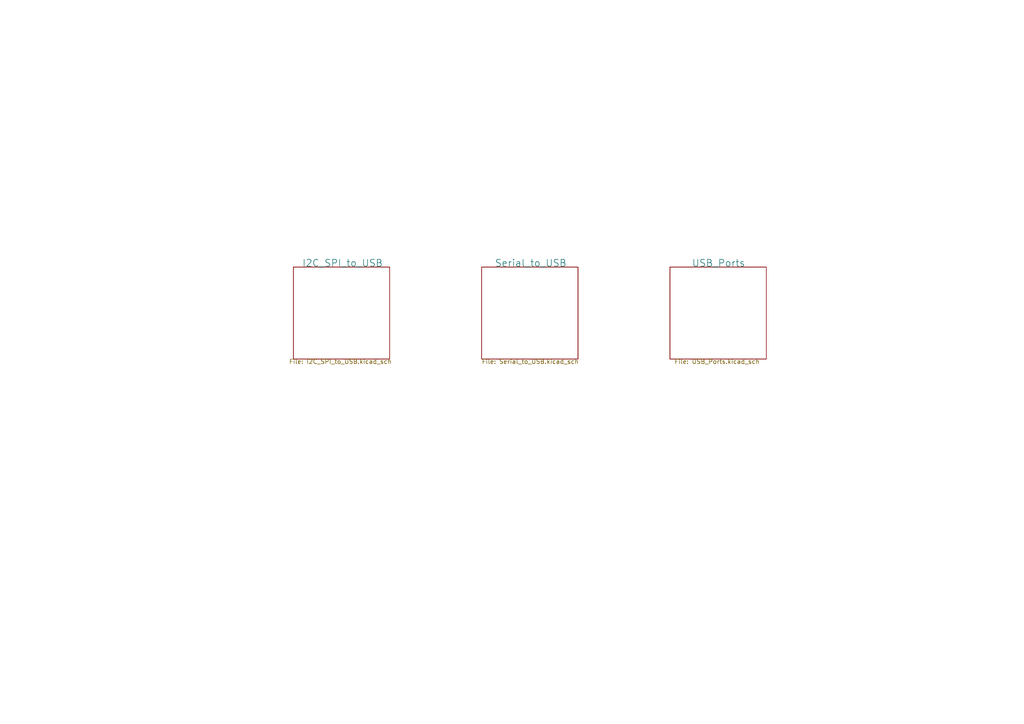
<source format=kicad_sch>
(kicad_sch (version 20211123) (generator eeschema)
  (paper "A4")
  (lib_symbols)
  (sheet (at 85.09 77.47) (size 27.94 26.67) (stroke (width 0.1524))
    (property "Sheet name" "I2C_SPI_to_USB" (at 87.63 77.47 0) (effects (font (size 2 2)) (justify left bottom)))
    (property "Sheet file" "I2C_SPI_to_USB.kicad_sch" (at 83.82 104.14 0) (effects (justify left top)))
  )
  (sheet (at 194.31 77.47) (size 27.94 26.67) (stroke (width 0.1524))
    (property "Sheet name" "USB_Ports" (at 200.66 77.47 0) (effects (font (size 2 2)) (justify left bottom)))
    (property "Sheet file" "USB_Ports.kicad_sch" (at 195.58 104.14 0) (effects (justify left top)))
  )
  (sheet (at 139.7 77.47) (size 27.94 26.67) (stroke (width 0.1524))
    (property "Sheet name" "Serial_to_USB" (at 143.51 77.47 0) (effects (font (size 2 2)) (justify left bottom)))
    (property "Sheet file" "Serial_to_USB.kicad_sch" (at 139.7 104.14 0) (effects (justify left top)))
  )
)
</source>
